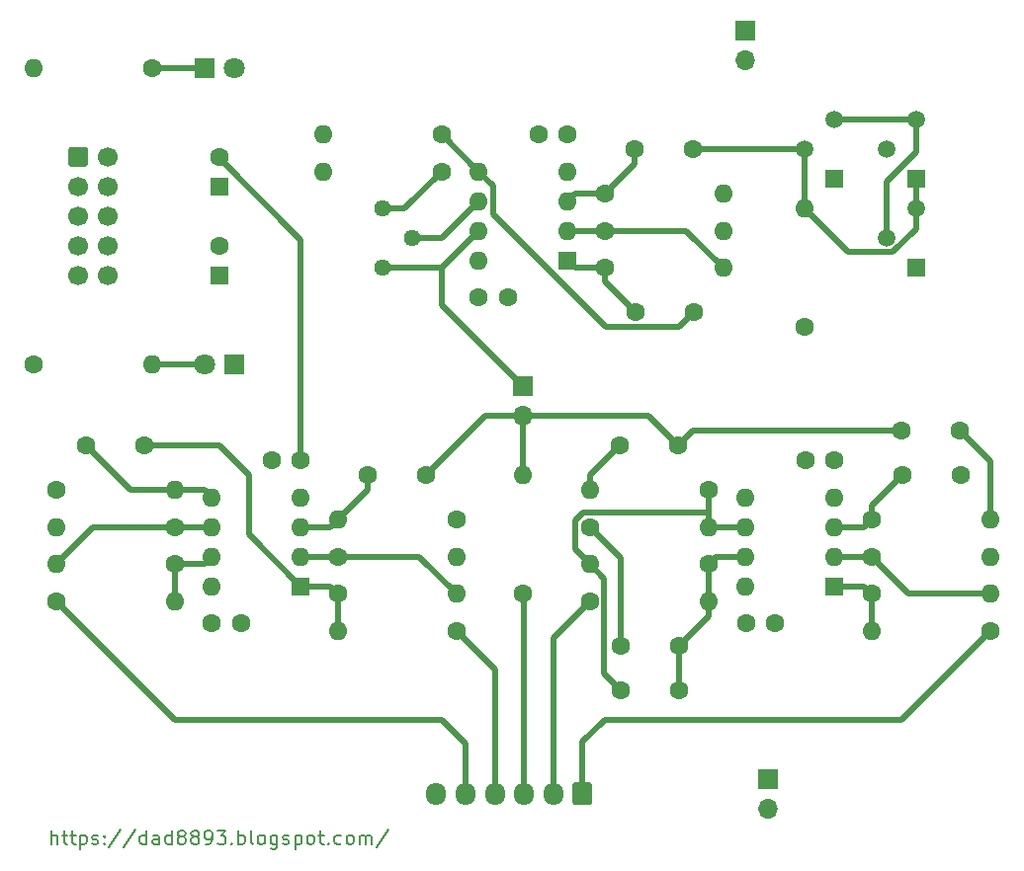
<source format=gtl>
G04 #@! TF.GenerationSoftware,KiCad,Pcbnew,(5.1.10)-1*
G04 #@! TF.CreationDate,2021-07-20T07:48:38+09:00*
G04 #@! TF.ProjectId,NOS02,4e4f5330-322e-46b6-9963-61645f706362,Ver. 1.0*
G04 #@! TF.SameCoordinates,Original*
G04 #@! TF.FileFunction,Copper,L1,Top*
G04 #@! TF.FilePolarity,Positive*
%FSLAX46Y46*%
G04 Gerber Fmt 4.6, Leading zero omitted, Abs format (unit mm)*
G04 Created by KiCad (PCBNEW (5.1.10)-1) date 2021-07-20 07:48:38*
%MOMM*%
%LPD*%
G01*
G04 APERTURE LIST*
G04 #@! TA.AperFunction,NonConductor*
%ADD10C,0.200000*%
G04 #@! TD*
G04 #@! TA.AperFunction,ComponentPad*
%ADD11O,1.600000X1.600000*%
G04 #@! TD*
G04 #@! TA.AperFunction,ComponentPad*
%ADD12R,1.600000X1.600000*%
G04 #@! TD*
G04 #@! TA.AperFunction,ComponentPad*
%ADD13O,1.700000X1.700000*%
G04 #@! TD*
G04 #@! TA.AperFunction,ComponentPad*
%ADD14R,1.700000X1.700000*%
G04 #@! TD*
G04 #@! TA.AperFunction,ComponentPad*
%ADD15C,1.600000*%
G04 #@! TD*
G04 #@! TA.AperFunction,ComponentPad*
%ADD16C,1.440000*%
G04 #@! TD*
G04 #@! TA.AperFunction,ComponentPad*
%ADD17R,1.500000X1.500000*%
G04 #@! TD*
G04 #@! TA.AperFunction,ComponentPad*
%ADD18C,1.500000*%
G04 #@! TD*
G04 #@! TA.AperFunction,ComponentPad*
%ADD19O,1.700000X1.950000*%
G04 #@! TD*
G04 #@! TA.AperFunction,ComponentPad*
%ADD20C,1.700000*%
G04 #@! TD*
G04 #@! TA.AperFunction,ComponentPad*
%ADD21C,1.800000*%
G04 #@! TD*
G04 #@! TA.AperFunction,ComponentPad*
%ADD22R,1.800000X1.800000*%
G04 #@! TD*
G04 #@! TA.AperFunction,Conductor*
%ADD23C,0.500000*%
G04 #@! TD*
G04 APERTURE END LIST*
D10*
X104402142Y-132622857D02*
X104402142Y-131422857D01*
X104916428Y-132622857D02*
X104916428Y-131994285D01*
X104859285Y-131880000D01*
X104745000Y-131822857D01*
X104573571Y-131822857D01*
X104459285Y-131880000D01*
X104402142Y-131937142D01*
X105316428Y-131822857D02*
X105773571Y-131822857D01*
X105487857Y-131422857D02*
X105487857Y-132451428D01*
X105545000Y-132565714D01*
X105659285Y-132622857D01*
X105773571Y-132622857D01*
X106002142Y-131822857D02*
X106459285Y-131822857D01*
X106173571Y-131422857D02*
X106173571Y-132451428D01*
X106230714Y-132565714D01*
X106345000Y-132622857D01*
X106459285Y-132622857D01*
X106859285Y-131822857D02*
X106859285Y-133022857D01*
X106859285Y-131880000D02*
X106973571Y-131822857D01*
X107202142Y-131822857D01*
X107316428Y-131880000D01*
X107373571Y-131937142D01*
X107430714Y-132051428D01*
X107430714Y-132394285D01*
X107373571Y-132508571D01*
X107316428Y-132565714D01*
X107202142Y-132622857D01*
X106973571Y-132622857D01*
X106859285Y-132565714D01*
X107887857Y-132565714D02*
X108002142Y-132622857D01*
X108230714Y-132622857D01*
X108345000Y-132565714D01*
X108402142Y-132451428D01*
X108402142Y-132394285D01*
X108345000Y-132280000D01*
X108230714Y-132222857D01*
X108059285Y-132222857D01*
X107945000Y-132165714D01*
X107887857Y-132051428D01*
X107887857Y-131994285D01*
X107945000Y-131880000D01*
X108059285Y-131822857D01*
X108230714Y-131822857D01*
X108345000Y-131880000D01*
X108916428Y-132508571D02*
X108973571Y-132565714D01*
X108916428Y-132622857D01*
X108859285Y-132565714D01*
X108916428Y-132508571D01*
X108916428Y-132622857D01*
X108916428Y-131880000D02*
X108973571Y-131937142D01*
X108916428Y-131994285D01*
X108859285Y-131937142D01*
X108916428Y-131880000D01*
X108916428Y-131994285D01*
X110345000Y-131365714D02*
X109316428Y-132908571D01*
X111602142Y-131365714D02*
X110573571Y-132908571D01*
X112516428Y-132622857D02*
X112516428Y-131422857D01*
X112516428Y-132565714D02*
X112402142Y-132622857D01*
X112173571Y-132622857D01*
X112059285Y-132565714D01*
X112002142Y-132508571D01*
X111945000Y-132394285D01*
X111945000Y-132051428D01*
X112002142Y-131937142D01*
X112059285Y-131880000D01*
X112173571Y-131822857D01*
X112402142Y-131822857D01*
X112516428Y-131880000D01*
X113602142Y-132622857D02*
X113602142Y-131994285D01*
X113545000Y-131880000D01*
X113430714Y-131822857D01*
X113202142Y-131822857D01*
X113087857Y-131880000D01*
X113602142Y-132565714D02*
X113487857Y-132622857D01*
X113202142Y-132622857D01*
X113087857Y-132565714D01*
X113030714Y-132451428D01*
X113030714Y-132337142D01*
X113087857Y-132222857D01*
X113202142Y-132165714D01*
X113487857Y-132165714D01*
X113602142Y-132108571D01*
X114687857Y-132622857D02*
X114687857Y-131422857D01*
X114687857Y-132565714D02*
X114573571Y-132622857D01*
X114345000Y-132622857D01*
X114230714Y-132565714D01*
X114173571Y-132508571D01*
X114116428Y-132394285D01*
X114116428Y-132051428D01*
X114173571Y-131937142D01*
X114230714Y-131880000D01*
X114345000Y-131822857D01*
X114573571Y-131822857D01*
X114687857Y-131880000D01*
X115430714Y-131937142D02*
X115316428Y-131880000D01*
X115259285Y-131822857D01*
X115202142Y-131708571D01*
X115202142Y-131651428D01*
X115259285Y-131537142D01*
X115316428Y-131480000D01*
X115430714Y-131422857D01*
X115659285Y-131422857D01*
X115773571Y-131480000D01*
X115830714Y-131537142D01*
X115887857Y-131651428D01*
X115887857Y-131708571D01*
X115830714Y-131822857D01*
X115773571Y-131880000D01*
X115659285Y-131937142D01*
X115430714Y-131937142D01*
X115316428Y-131994285D01*
X115259285Y-132051428D01*
X115202142Y-132165714D01*
X115202142Y-132394285D01*
X115259285Y-132508571D01*
X115316428Y-132565714D01*
X115430714Y-132622857D01*
X115659285Y-132622857D01*
X115773571Y-132565714D01*
X115830714Y-132508571D01*
X115887857Y-132394285D01*
X115887857Y-132165714D01*
X115830714Y-132051428D01*
X115773571Y-131994285D01*
X115659285Y-131937142D01*
X116573571Y-131937142D02*
X116459285Y-131880000D01*
X116402142Y-131822857D01*
X116345000Y-131708571D01*
X116345000Y-131651428D01*
X116402142Y-131537142D01*
X116459285Y-131480000D01*
X116573571Y-131422857D01*
X116802142Y-131422857D01*
X116916428Y-131480000D01*
X116973571Y-131537142D01*
X117030714Y-131651428D01*
X117030714Y-131708571D01*
X116973571Y-131822857D01*
X116916428Y-131880000D01*
X116802142Y-131937142D01*
X116573571Y-131937142D01*
X116459285Y-131994285D01*
X116402142Y-132051428D01*
X116345000Y-132165714D01*
X116345000Y-132394285D01*
X116402142Y-132508571D01*
X116459285Y-132565714D01*
X116573571Y-132622857D01*
X116802142Y-132622857D01*
X116916428Y-132565714D01*
X116973571Y-132508571D01*
X117030714Y-132394285D01*
X117030714Y-132165714D01*
X116973571Y-132051428D01*
X116916428Y-131994285D01*
X116802142Y-131937142D01*
X117602142Y-132622857D02*
X117830714Y-132622857D01*
X117945000Y-132565714D01*
X118002142Y-132508571D01*
X118116428Y-132337142D01*
X118173571Y-132108571D01*
X118173571Y-131651428D01*
X118116428Y-131537142D01*
X118059285Y-131480000D01*
X117945000Y-131422857D01*
X117716428Y-131422857D01*
X117602142Y-131480000D01*
X117545000Y-131537142D01*
X117487857Y-131651428D01*
X117487857Y-131937142D01*
X117545000Y-132051428D01*
X117602142Y-132108571D01*
X117716428Y-132165714D01*
X117945000Y-132165714D01*
X118059285Y-132108571D01*
X118116428Y-132051428D01*
X118173571Y-131937142D01*
X118573571Y-131422857D02*
X119316428Y-131422857D01*
X118916428Y-131880000D01*
X119087857Y-131880000D01*
X119202142Y-131937142D01*
X119259285Y-131994285D01*
X119316428Y-132108571D01*
X119316428Y-132394285D01*
X119259285Y-132508571D01*
X119202142Y-132565714D01*
X119087857Y-132622857D01*
X118745000Y-132622857D01*
X118630714Y-132565714D01*
X118573571Y-132508571D01*
X119830714Y-132508571D02*
X119887857Y-132565714D01*
X119830714Y-132622857D01*
X119773571Y-132565714D01*
X119830714Y-132508571D01*
X119830714Y-132622857D01*
X120402142Y-132622857D02*
X120402142Y-131422857D01*
X120402142Y-131880000D02*
X120516428Y-131822857D01*
X120745000Y-131822857D01*
X120859285Y-131880000D01*
X120916428Y-131937142D01*
X120973571Y-132051428D01*
X120973571Y-132394285D01*
X120916428Y-132508571D01*
X120859285Y-132565714D01*
X120745000Y-132622857D01*
X120516428Y-132622857D01*
X120402142Y-132565714D01*
X121659285Y-132622857D02*
X121545000Y-132565714D01*
X121487857Y-132451428D01*
X121487857Y-131422857D01*
X122287857Y-132622857D02*
X122173571Y-132565714D01*
X122116428Y-132508571D01*
X122059285Y-132394285D01*
X122059285Y-132051428D01*
X122116428Y-131937142D01*
X122173571Y-131880000D01*
X122287857Y-131822857D01*
X122459285Y-131822857D01*
X122573571Y-131880000D01*
X122630714Y-131937142D01*
X122687857Y-132051428D01*
X122687857Y-132394285D01*
X122630714Y-132508571D01*
X122573571Y-132565714D01*
X122459285Y-132622857D01*
X122287857Y-132622857D01*
X123716428Y-131822857D02*
X123716428Y-132794285D01*
X123659285Y-132908571D01*
X123602142Y-132965714D01*
X123487857Y-133022857D01*
X123316428Y-133022857D01*
X123202142Y-132965714D01*
X123716428Y-132565714D02*
X123602142Y-132622857D01*
X123373571Y-132622857D01*
X123259285Y-132565714D01*
X123202142Y-132508571D01*
X123145000Y-132394285D01*
X123145000Y-132051428D01*
X123202142Y-131937142D01*
X123259285Y-131880000D01*
X123373571Y-131822857D01*
X123602142Y-131822857D01*
X123716428Y-131880000D01*
X124230714Y-132565714D02*
X124345000Y-132622857D01*
X124573571Y-132622857D01*
X124687857Y-132565714D01*
X124745000Y-132451428D01*
X124745000Y-132394285D01*
X124687857Y-132280000D01*
X124573571Y-132222857D01*
X124402142Y-132222857D01*
X124287857Y-132165714D01*
X124230714Y-132051428D01*
X124230714Y-131994285D01*
X124287857Y-131880000D01*
X124402142Y-131822857D01*
X124573571Y-131822857D01*
X124687857Y-131880000D01*
X125259285Y-131822857D02*
X125259285Y-133022857D01*
X125259285Y-131880000D02*
X125373571Y-131822857D01*
X125602142Y-131822857D01*
X125716428Y-131880000D01*
X125773571Y-131937142D01*
X125830714Y-132051428D01*
X125830714Y-132394285D01*
X125773571Y-132508571D01*
X125716428Y-132565714D01*
X125602142Y-132622857D01*
X125373571Y-132622857D01*
X125259285Y-132565714D01*
X126516428Y-132622857D02*
X126402142Y-132565714D01*
X126345000Y-132508571D01*
X126287857Y-132394285D01*
X126287857Y-132051428D01*
X126345000Y-131937142D01*
X126402142Y-131880000D01*
X126516428Y-131822857D01*
X126687857Y-131822857D01*
X126802142Y-131880000D01*
X126859285Y-131937142D01*
X126916428Y-132051428D01*
X126916428Y-132394285D01*
X126859285Y-132508571D01*
X126802142Y-132565714D01*
X126687857Y-132622857D01*
X126516428Y-132622857D01*
X127259285Y-131822857D02*
X127716428Y-131822857D01*
X127430714Y-131422857D02*
X127430714Y-132451428D01*
X127487857Y-132565714D01*
X127602142Y-132622857D01*
X127716428Y-132622857D01*
X128116428Y-132508571D02*
X128173571Y-132565714D01*
X128116428Y-132622857D01*
X128059285Y-132565714D01*
X128116428Y-132508571D01*
X128116428Y-132622857D01*
X129202142Y-132565714D02*
X129087857Y-132622857D01*
X128859285Y-132622857D01*
X128745000Y-132565714D01*
X128687857Y-132508571D01*
X128630714Y-132394285D01*
X128630714Y-132051428D01*
X128687857Y-131937142D01*
X128745000Y-131880000D01*
X128859285Y-131822857D01*
X129087857Y-131822857D01*
X129202142Y-131880000D01*
X129887857Y-132622857D02*
X129773571Y-132565714D01*
X129716428Y-132508571D01*
X129659285Y-132394285D01*
X129659285Y-132051428D01*
X129716428Y-131937142D01*
X129773571Y-131880000D01*
X129887857Y-131822857D01*
X130059285Y-131822857D01*
X130173571Y-131880000D01*
X130230714Y-131937142D01*
X130287857Y-132051428D01*
X130287857Y-132394285D01*
X130230714Y-132508571D01*
X130173571Y-132565714D01*
X130059285Y-132622857D01*
X129887857Y-132622857D01*
X130802142Y-132622857D02*
X130802142Y-131822857D01*
X130802142Y-131937142D02*
X130859285Y-131880000D01*
X130973571Y-131822857D01*
X131145000Y-131822857D01*
X131259285Y-131880000D01*
X131316428Y-131994285D01*
X131316428Y-132622857D01*
X131316428Y-131994285D02*
X131373571Y-131880000D01*
X131487857Y-131822857D01*
X131659285Y-131822857D01*
X131773571Y-131880000D01*
X131830714Y-131994285D01*
X131830714Y-132622857D01*
X133259285Y-131365714D02*
X132230714Y-132908571D01*
D11*
G04 #@! TO.P,U3,8*
G04 #@! TO.N,+12V*
X118110000Y-110490000D03*
G04 #@! TO.P,U3,4*
G04 #@! TO.N,-12V*
X125730000Y-102870000D03*
G04 #@! TO.P,U3,7*
G04 #@! TO.N,Net-(R23-Pad1)*
X118110000Y-107950000D03*
G04 #@! TO.P,U3,3*
G04 #@! TO.N,Net-(C16-Pad1)*
X125730000Y-105410000D03*
G04 #@! TO.P,U3,6*
G04 #@! TO.N,Net-(R22-Pad1)*
X118110000Y-105410000D03*
G04 #@! TO.P,U3,2*
G04 #@! TO.N,Net-(R16-Pad1)*
X125730000Y-107950000D03*
G04 #@! TO.P,U3,5*
G04 #@! TO.N,Net-(C17-Pad1)*
X118110000Y-102870000D03*
D12*
G04 #@! TO.P,U3,1*
G04 #@! TO.N,Net-(C17-Pad2)*
X125730000Y-110490000D03*
G04 #@! TD*
D11*
G04 #@! TO.P,U2,8*
G04 #@! TO.N,+12V*
X140970000Y-82550000D03*
G04 #@! TO.P,U2,4*
G04 #@! TO.N,-12V*
X148590000Y-74930000D03*
G04 #@! TO.P,U2,7*
G04 #@! TO.N,Net-(J2-Pad1)*
X140970000Y-80010000D03*
G04 #@! TO.P,U2,3*
G04 #@! TO.N,Net-(C14-Pad1)*
X148590000Y-77470000D03*
G04 #@! TO.P,U2,6*
G04 #@! TO.N,Net-(RV1-Pad2)*
X140970000Y-77470000D03*
G04 #@! TO.P,U2,2*
G04 #@! TO.N,Net-(R7-Pad1)*
X148590000Y-80010000D03*
G04 #@! TO.P,U2,5*
G04 #@! TO.N,Net-(C15-Pad1)*
X140970000Y-74930000D03*
D12*
G04 #@! TO.P,U2,1*
G04 #@! TO.N,Net-(C15-Pad2)*
X148590000Y-82550000D03*
G04 #@! TD*
D13*
G04 #@! TO.P,J5,2*
G04 #@! TO.N,GND*
X163830000Y-65405000D03*
D14*
G04 #@! TO.P,J5,1*
X163830000Y-62865000D03*
G04 #@! TD*
D15*
G04 #@! TO.P,C6,2*
G04 #@! TO.N,Net-(C6-Pad2)*
X177245000Y-100965000D03*
G04 #@! TO.P,C6,1*
G04 #@! TO.N,GND*
X182245000Y-100965000D03*
G04 #@! TD*
D11*
G04 #@! TO.P,U1,8*
G04 #@! TO.N,+12V*
X163830000Y-110490000D03*
G04 #@! TO.P,U1,4*
G04 #@! TO.N,-12V*
X171450000Y-102870000D03*
G04 #@! TO.P,U1,7*
G04 #@! TO.N,Net-(C11-Pad1)*
X163830000Y-107950000D03*
G04 #@! TO.P,U1,3*
G04 #@! TO.N,Net-(C6-Pad2)*
X171450000Y-105410000D03*
G04 #@! TO.P,U1,6*
G04 #@! TO.N,Net-(C11-Pad2)*
X163830000Y-105410000D03*
G04 #@! TO.P,U1,2*
G04 #@! TO.N,Net-(R1-Pad1)*
X171450000Y-107950000D03*
G04 #@! TO.P,U1,5*
G04 #@! TO.N,GND*
X163830000Y-102870000D03*
D12*
G04 #@! TO.P,U1,1*
G04 #@! TO.N,Net-(R2-Pad1)*
X171450000Y-110490000D03*
G04 #@! TD*
D16*
G04 #@! TO.P,RV1,3*
G04 #@! TO.N,Net-(J2-Pad1)*
X132715000Y-83185000D03*
G04 #@! TO.P,RV1,2*
G04 #@! TO.N,Net-(RV1-Pad2)*
X135255000Y-80645000D03*
G04 #@! TO.P,RV1,1*
G04 #@! TO.N,Net-(R9-Pad1)*
X132715000Y-78105000D03*
G04 #@! TD*
D11*
G04 #@! TO.P,R25,2*
G04 #@! TO.N,Net-(C17-Pad1)*
X114935000Y-102235000D03*
D15*
G04 #@! TO.P,R25,1*
G04 #@! TO.N,GND*
X104775000Y-102235000D03*
G04 #@! TD*
D11*
G04 #@! TO.P,R24,2*
G04 #@! TO.N,Net-(R23-Pad1)*
X114935000Y-111760000D03*
D15*
G04 #@! TO.P,R24,1*
G04 #@! TO.N,Net-(J3-Pad5)*
X104775000Y-111760000D03*
G04 #@! TD*
D11*
G04 #@! TO.P,R23,2*
G04 #@! TO.N,Net-(R22-Pad1)*
X104775000Y-108585000D03*
D15*
G04 #@! TO.P,R23,1*
G04 #@! TO.N,Net-(R23-Pad1)*
X114935000Y-108585000D03*
G04 #@! TD*
D11*
G04 #@! TO.P,R22,2*
G04 #@! TO.N,GND*
X104775000Y-105410000D03*
D15*
G04 #@! TO.P,R22,1*
G04 #@! TO.N,Net-(R22-Pad1)*
X114935000Y-105410000D03*
G04 #@! TD*
D11*
G04 #@! TO.P,R21,2*
G04 #@! TO.N,-12V*
X102870000Y-66040000D03*
D15*
G04 #@! TO.P,R21,1*
G04 #@! TO.N,Net-(D2-Pad1)*
X113030000Y-66040000D03*
G04 #@! TD*
D11*
G04 #@! TO.P,R20,2*
G04 #@! TO.N,Net-(D1-Pad2)*
X113030000Y-91440000D03*
D15*
G04 #@! TO.P,R20,1*
G04 #@! TO.N,+12V*
X102870000Y-91440000D03*
G04 #@! TD*
D11*
G04 #@! TO.P,R19,2*
G04 #@! TO.N,Net-(C16-Pad1)*
X128905000Y-104775000D03*
D15*
G04 #@! TO.P,R19,1*
G04 #@! TO.N,GND*
X139065000Y-104775000D03*
G04 #@! TD*
D11*
G04 #@! TO.P,R18,2*
G04 #@! TO.N,Net-(C17-Pad2)*
X128905000Y-114300000D03*
D15*
G04 #@! TO.P,R18,1*
G04 #@! TO.N,Net-(J3-Pad4)*
X139065000Y-114300000D03*
G04 #@! TD*
D11*
G04 #@! TO.P,R17,2*
G04 #@! TO.N,Net-(R16-Pad1)*
X139065000Y-111125000D03*
D15*
G04 #@! TO.P,R17,1*
G04 #@! TO.N,Net-(C17-Pad2)*
X128905000Y-111125000D03*
G04 #@! TD*
D11*
G04 #@! TO.P,R16,2*
G04 #@! TO.N,GND*
X139065000Y-107950000D03*
D15*
G04 #@! TO.P,R16,1*
G04 #@! TO.N,Net-(R16-Pad1)*
X128905000Y-107950000D03*
G04 #@! TD*
D11*
G04 #@! TO.P,R15,2*
G04 #@! TO.N,GND*
X127635000Y-71755000D03*
D15*
G04 #@! TO.P,R15,1*
G04 #@! TO.N,Net-(C15-Pad1)*
X137795000Y-71755000D03*
G04 #@! TD*
D11*
G04 #@! TO.P,R14,2*
G04 #@! TO.N,GND*
X161925000Y-76835000D03*
D15*
G04 #@! TO.P,R14,1*
G04 #@! TO.N,Net-(C14-Pad1)*
X151765000Y-76835000D03*
G04 #@! TD*
D11*
G04 #@! TO.P,R13,2*
G04 #@! TO.N,Net-(C13-Pad2)*
X144780000Y-100965000D03*
D15*
G04 #@! TO.P,R13,1*
G04 #@! TO.N,Net-(J3-Pad3)*
X144780000Y-111125000D03*
G04 #@! TD*
D11*
G04 #@! TO.P,R12,2*
G04 #@! TO.N,Net-(C14-Pad2)*
X168910000Y-78105000D03*
D15*
G04 #@! TO.P,R12,1*
G04 #@! TO.N,+12V*
X168910000Y-88265000D03*
G04 #@! TD*
D11*
G04 #@! TO.P,R11,2*
G04 #@! TO.N,Net-(C13-Pad1)*
X150495000Y-102235000D03*
D15*
G04 #@! TO.P,R11,1*
G04 #@! TO.N,Net-(C11-Pad2)*
X160655000Y-102235000D03*
G04 #@! TD*
D11*
G04 #@! TO.P,R10,2*
G04 #@! TO.N,Net-(C11-Pad1)*
X160655000Y-111760000D03*
D15*
G04 #@! TO.P,R10,1*
G04 #@! TO.N,Net-(J3-Pad2)*
X150495000Y-111760000D03*
G04 #@! TD*
D11*
G04 #@! TO.P,R9,2*
G04 #@! TO.N,GND*
X127635000Y-74930000D03*
D15*
G04 #@! TO.P,R9,1*
G04 #@! TO.N,Net-(R9-Pad1)*
X137795000Y-74930000D03*
G04 #@! TD*
D11*
G04 #@! TO.P,R8,2*
G04 #@! TO.N,Net-(R7-Pad1)*
X161925000Y-83185000D03*
D15*
G04 #@! TO.P,R8,1*
G04 #@! TO.N,Net-(C15-Pad2)*
X151765000Y-83185000D03*
G04 #@! TD*
D11*
G04 #@! TO.P,R7,2*
G04 #@! TO.N,GND*
X161925000Y-80010000D03*
D15*
G04 #@! TO.P,R7,1*
G04 #@! TO.N,Net-(R7-Pad1)*
X151765000Y-80010000D03*
G04 #@! TD*
D11*
G04 #@! TO.P,R6,2*
G04 #@! TO.N,Net-(C11-Pad2)*
X150495000Y-108585000D03*
D15*
G04 #@! TO.P,R6,1*
G04 #@! TO.N,Net-(C11-Pad1)*
X160655000Y-108585000D03*
G04 #@! TD*
D11*
G04 #@! TO.P,R5,2*
G04 #@! TO.N,Net-(C11-Pad2)*
X160655000Y-105410000D03*
D15*
G04 #@! TO.P,R5,1*
G04 #@! TO.N,Net-(C12-Pad2)*
X150495000Y-105410000D03*
G04 #@! TD*
D11*
G04 #@! TO.P,R4,2*
G04 #@! TO.N,Net-(R2-Pad1)*
X174625000Y-114300000D03*
D15*
G04 #@! TO.P,R4,1*
G04 #@! TO.N,Net-(J3-Pad1)*
X184785000Y-114300000D03*
G04 #@! TD*
D11*
G04 #@! TO.P,R3,2*
G04 #@! TO.N,Net-(C5-Pad2)*
X184785000Y-104775000D03*
D15*
G04 #@! TO.P,R3,1*
G04 #@! TO.N,Net-(C6-Pad2)*
X174625000Y-104775000D03*
G04 #@! TD*
D11*
G04 #@! TO.P,R2,2*
G04 #@! TO.N,Net-(R1-Pad1)*
X184785000Y-111125000D03*
D15*
G04 #@! TO.P,R2,1*
G04 #@! TO.N,Net-(R2-Pad1)*
X174625000Y-111125000D03*
G04 #@! TD*
D11*
G04 #@! TO.P,R1,2*
G04 #@! TO.N,GND*
X184785000Y-107950000D03*
D15*
G04 #@! TO.P,R1,1*
G04 #@! TO.N,Net-(R1-Pad1)*
X174625000Y-107950000D03*
G04 #@! TD*
D17*
G04 #@! TO.P,Q3,1*
G04 #@! TO.N,N/C*
X178435000Y-83185000D03*
D18*
G04 #@! TO.P,Q3,3*
G04 #@! TO.N,Net-(C14-Pad2)*
X178435000Y-78105000D03*
G04 #@! TO.P,Q3,2*
G04 #@! TO.N,Net-(Q1-Pad3)*
X175895000Y-80645000D03*
G04 #@! TD*
D17*
G04 #@! TO.P,Q2,1*
G04 #@! TO.N,-12V*
X171450000Y-75565000D03*
D18*
G04 #@! TO.P,Q2,3*
G04 #@! TO.N,Net-(Q1-Pad3)*
X171450000Y-70485000D03*
G04 #@! TO.P,Q2,2*
G04 #@! TO.N,Net-(C14-Pad2)*
X168910000Y-73025000D03*
G04 #@! TD*
D17*
G04 #@! TO.P,Q1,1*
G04 #@! TO.N,Net-(C14-Pad2)*
X178435000Y-75565000D03*
D18*
G04 #@! TO.P,Q1,3*
G04 #@! TO.N,Net-(Q1-Pad3)*
X178435000Y-70485000D03*
G04 #@! TO.P,Q1,2*
G04 #@! TO.N,N/C*
X175895000Y-73025000D03*
G04 #@! TD*
D13*
G04 #@! TO.P,J4,2*
G04 #@! TO.N,GND*
X165735000Y-129540000D03*
D14*
G04 #@! TO.P,J4,1*
X165735000Y-127000000D03*
G04 #@! TD*
D19*
G04 #@! TO.P,J3,6*
G04 #@! TO.N,GND*
X137360000Y-128270000D03*
G04 #@! TO.P,J3,5*
G04 #@! TO.N,Net-(J3-Pad5)*
X139860000Y-128270000D03*
G04 #@! TO.P,J3,4*
G04 #@! TO.N,Net-(J3-Pad4)*
X142360000Y-128270000D03*
G04 #@! TO.P,J3,3*
G04 #@! TO.N,Net-(J3-Pad3)*
X144860000Y-128270000D03*
G04 #@! TO.P,J3,2*
G04 #@! TO.N,Net-(J3-Pad2)*
X147360000Y-128270000D03*
G04 #@! TO.P,J3,1*
G04 #@! TO.N,Net-(J3-Pad1)*
G04 #@! TA.AperFunction,ComponentPad*
G36*
G01*
X150710000Y-127545000D02*
X150710000Y-128995000D01*
G75*
G02*
X150460000Y-129245000I-250000J0D01*
G01*
X149260000Y-129245000D01*
G75*
G02*
X149010000Y-128995000I0J250000D01*
G01*
X149010000Y-127545000D01*
G75*
G02*
X149260000Y-127295000I250000J0D01*
G01*
X150460000Y-127295000D01*
G75*
G02*
X150710000Y-127545000I0J-250000D01*
G01*
G37*
G04 #@! TD.AperFunction*
G04 #@! TD*
D13*
G04 #@! TO.P,J2,2*
G04 #@! TO.N,Net-(C13-Pad2)*
X144780000Y-95885000D03*
D14*
G04 #@! TO.P,J2,1*
G04 #@! TO.N,Net-(J2-Pad1)*
X144780000Y-93345000D03*
G04 #@! TD*
D20*
G04 #@! TO.P,J1,10*
G04 #@! TO.N,+12V*
X109220000Y-83820000D03*
G04 #@! TO.P,J1,8*
G04 #@! TO.N,GND*
X109220000Y-81280000D03*
G04 #@! TO.P,J1,6*
X109220000Y-78740000D03*
G04 #@! TO.P,J1,4*
X109220000Y-76200000D03*
G04 #@! TO.P,J1,2*
G04 #@! TO.N,-12V*
X109220000Y-73660000D03*
G04 #@! TO.P,J1,9*
G04 #@! TO.N,+12V*
X106680000Y-83820000D03*
G04 #@! TO.P,J1,7*
G04 #@! TO.N,GND*
X106680000Y-81280000D03*
G04 #@! TO.P,J1,5*
X106680000Y-78740000D03*
G04 #@! TO.P,J1,3*
X106680000Y-76200000D03*
G04 #@! TO.P,J1,1*
G04 #@! TO.N,-12V*
G04 #@! TA.AperFunction,ComponentPad*
G36*
G01*
X105830000Y-74260000D02*
X105830000Y-73060000D01*
G75*
G02*
X106080000Y-72810000I250000J0D01*
G01*
X107280000Y-72810000D01*
G75*
G02*
X107530000Y-73060000I0J-250000D01*
G01*
X107530000Y-74260000D01*
G75*
G02*
X107280000Y-74510000I-250000J0D01*
G01*
X106080000Y-74510000D01*
G75*
G02*
X105830000Y-74260000I0J250000D01*
G01*
G37*
G04 #@! TD.AperFunction*
G04 #@! TD*
D21*
G04 #@! TO.P,D2,2*
G04 #@! TO.N,GND*
X120015000Y-66040000D03*
D22*
G04 #@! TO.P,D2,1*
G04 #@! TO.N,Net-(D2-Pad1)*
X117475000Y-66040000D03*
G04 #@! TD*
D21*
G04 #@! TO.P,D1,2*
G04 #@! TO.N,Net-(D1-Pad2)*
X117475000Y-91440000D03*
D22*
G04 #@! TO.P,D1,1*
G04 #@! TO.N,GND*
X120015000Y-91440000D03*
G04 #@! TD*
D15*
G04 #@! TO.P,C17,2*
G04 #@! TO.N,Net-(C17-Pad2)*
X112315000Y-98425000D03*
G04 #@! TO.P,C17,1*
G04 #@! TO.N,Net-(C17-Pad1)*
X107315000Y-98425000D03*
G04 #@! TD*
G04 #@! TO.P,C16,2*
G04 #@! TO.N,Net-(C13-Pad2)*
X136445000Y-100965000D03*
G04 #@! TO.P,C16,1*
G04 #@! TO.N,Net-(C16-Pad1)*
X131445000Y-100965000D03*
G04 #@! TD*
G04 #@! TO.P,C15,2*
G04 #@! TO.N,Net-(C15-Pad2)*
X154385000Y-86995000D03*
G04 #@! TO.P,C15,1*
G04 #@! TO.N,Net-(C15-Pad1)*
X159385000Y-86995000D03*
G04 #@! TD*
G04 #@! TO.P,C14,2*
G04 #@! TO.N,Net-(C14-Pad2)*
X159305000Y-73025000D03*
G04 #@! TO.P,C14,1*
G04 #@! TO.N,Net-(C14-Pad1)*
X154305000Y-73025000D03*
G04 #@! TD*
G04 #@! TO.P,C13,2*
G04 #@! TO.N,Net-(C13-Pad2)*
X158035000Y-98425000D03*
G04 #@! TO.P,C13,1*
G04 #@! TO.N,Net-(C13-Pad1)*
X153035000Y-98425000D03*
G04 #@! TD*
G04 #@! TO.P,C12,2*
G04 #@! TO.N,Net-(C12-Pad2)*
X153115000Y-115570000D03*
G04 #@! TO.P,C12,1*
G04 #@! TO.N,Net-(C11-Pad1)*
X158115000Y-115570000D03*
G04 #@! TD*
G04 #@! TO.P,C11,2*
G04 #@! TO.N,Net-(C11-Pad2)*
X153115000Y-119380000D03*
G04 #@! TO.P,C11,1*
G04 #@! TO.N,Net-(C11-Pad1)*
X158115000Y-119380000D03*
G04 #@! TD*
G04 #@! TO.P,C10,2*
G04 #@! TO.N,GND*
X146090000Y-71755000D03*
G04 #@! TO.P,C10,1*
G04 #@! TO.N,-12V*
X148590000Y-71755000D03*
G04 #@! TD*
G04 #@! TO.P,C9,2*
G04 #@! TO.N,GND*
X123230000Y-99695000D03*
G04 #@! TO.P,C9,1*
G04 #@! TO.N,-12V*
X125730000Y-99695000D03*
G04 #@! TD*
G04 #@! TO.P,C8,2*
G04 #@! TO.N,GND*
X168950000Y-99695000D03*
G04 #@! TO.P,C8,1*
G04 #@! TO.N,-12V*
X171450000Y-99695000D03*
G04 #@! TD*
G04 #@! TO.P,C7,2*
G04 #@! TO.N,-12V*
X118745000Y-73700000D03*
D12*
G04 #@! TO.P,C7,1*
G04 #@! TO.N,GND*
X118745000Y-76200000D03*
G04 #@! TD*
D15*
G04 #@! TO.P,C5,2*
G04 #@! TO.N,Net-(C5-Pad2)*
X182165000Y-97155000D03*
G04 #@! TO.P,C5,1*
G04 #@! TO.N,Net-(C13-Pad2)*
X177165000Y-97155000D03*
G04 #@! TD*
G04 #@! TO.P,C4,2*
G04 #@! TO.N,+12V*
X118110000Y-113665000D03*
G04 #@! TO.P,C4,1*
G04 #@! TO.N,GND*
X120610000Y-113665000D03*
G04 #@! TD*
G04 #@! TO.P,C3,2*
G04 #@! TO.N,+12V*
X140970000Y-85725000D03*
G04 #@! TO.P,C3,1*
G04 #@! TO.N,GND*
X143470000Y-85725000D03*
G04 #@! TD*
G04 #@! TO.P,C2,2*
G04 #@! TO.N,+12V*
X163870000Y-113665000D03*
G04 #@! TO.P,C2,1*
G04 #@! TO.N,GND*
X166370000Y-113665000D03*
G04 #@! TD*
G04 #@! TO.P,C1,2*
G04 #@! TO.N,GND*
X118745000Y-81320000D03*
D12*
G04 #@! TO.P,C1,1*
G04 #@! TO.N,+12V*
X118745000Y-83820000D03*
G04 #@! TD*
D23*
G04 #@! TO.N,Net-(C5-Pad2)*
X184785000Y-99775000D02*
X182165000Y-97155000D01*
X184785000Y-104775000D02*
X184785000Y-99775000D01*
G04 #@! TO.N,Net-(C13-Pad2)*
X144780000Y-95885000D02*
X144780000Y-100965000D01*
X155495000Y-95885000D02*
X144780000Y-95885000D01*
X158035000Y-98425000D02*
X155495000Y-95885000D01*
X159305000Y-97155000D02*
X158035000Y-98425000D01*
X177165000Y-97155000D02*
X159305000Y-97155000D01*
X141525000Y-95885000D02*
X136445000Y-100965000D01*
X144780000Y-95885000D02*
X141525000Y-95885000D01*
G04 #@! TO.N,Net-(C6-Pad2)*
X173990000Y-105410000D02*
X174625000Y-104775000D01*
X171450000Y-105410000D02*
X173990000Y-105410000D01*
X174625000Y-103585000D02*
X177245000Y-100965000D01*
X174625000Y-104775000D02*
X174625000Y-103585000D01*
G04 #@! TO.N,-12V*
X118745000Y-73789998D02*
X118745000Y-73700000D01*
X125730000Y-80774998D02*
X118745000Y-73789998D01*
X125730000Y-99695000D02*
X125730000Y-80774998D01*
G04 #@! TO.N,Net-(C11-Pad2)*
X151745001Y-118010001D02*
X151745001Y-109835001D01*
X153115000Y-119380000D02*
X151745001Y-118010001D01*
X163830000Y-105410000D02*
X160655000Y-105410000D01*
X151745001Y-109835001D02*
X150495000Y-108585000D01*
X149914998Y-104140000D02*
X160655000Y-104140000D01*
X149244999Y-107334999D02*
X149244999Y-104809999D01*
X150495000Y-108585000D02*
X149244999Y-107334999D01*
X149244999Y-104809999D02*
X149914998Y-104140000D01*
X160655000Y-104140000D02*
X160655000Y-105410000D01*
X160655000Y-102235000D02*
X160655000Y-104140000D01*
G04 #@! TO.N,Net-(C11-Pad1)*
X158115000Y-115570000D02*
X158115000Y-119380000D01*
X160655000Y-113030000D02*
X158115000Y-115570000D01*
X160655000Y-111760000D02*
X160655000Y-113030000D01*
X160655000Y-108585000D02*
X160655000Y-111760000D01*
X161290000Y-107950000D02*
X160655000Y-108585000D01*
X163830000Y-107950000D02*
X161290000Y-107950000D01*
G04 #@! TO.N,Net-(C12-Pad2)*
X153115000Y-108030000D02*
X150495000Y-105410000D01*
X153115000Y-115570000D02*
X153115000Y-108030000D01*
G04 #@! TO.N,Net-(C13-Pad1)*
X150495000Y-100965000D02*
X153035000Y-98425000D01*
X150495000Y-102235000D02*
X150495000Y-100965000D01*
G04 #@! TO.N,Net-(C14-Pad2)*
X159305000Y-73025000D02*
X168910000Y-73025000D01*
X168910000Y-73025000D02*
X168910000Y-78105000D01*
X178435000Y-75565000D02*
X178435000Y-78105000D01*
X172650001Y-81845001D02*
X168910000Y-78105000D01*
X176471001Y-81845001D02*
X172650001Y-81845001D01*
X178435000Y-79881002D02*
X176471001Y-81845001D01*
X178435000Y-78105000D02*
X178435000Y-79881002D01*
G04 #@! TO.N,Net-(C14-Pad1)*
X149225000Y-76835000D02*
X148590000Y-77470000D01*
X151765000Y-76835000D02*
X149225000Y-76835000D01*
X154305000Y-74295000D02*
X151765000Y-76835000D01*
X154305000Y-73025000D02*
X154305000Y-74295000D01*
G04 #@! TO.N,Net-(C15-Pad2)*
X149225000Y-83185000D02*
X148590000Y-82550000D01*
X151765000Y-83185000D02*
X149225000Y-83185000D01*
X151765000Y-84375000D02*
X154385000Y-86995000D01*
X151765000Y-83185000D02*
X151765000Y-84375000D01*
G04 #@! TO.N,Net-(C15-Pad1)*
X137795000Y-71755000D02*
X140970000Y-74930000D01*
X158134999Y-88245001D02*
X159385000Y-86995000D01*
X151874999Y-88245001D02*
X158134999Y-88245001D01*
X142220001Y-78590003D02*
X151874999Y-88245001D01*
X142220001Y-76180001D02*
X142220001Y-78590003D01*
X140970000Y-74930000D02*
X142220001Y-76180001D01*
G04 #@! TO.N,Net-(C16-Pad1)*
X128270000Y-105410000D02*
X128905000Y-104775000D01*
X125730000Y-105410000D02*
X128270000Y-105410000D01*
X131445000Y-102235000D02*
X128905000Y-104775000D01*
X131445000Y-100965000D02*
X131445000Y-102235000D01*
G04 #@! TO.N,Net-(C17-Pad2)*
X128270000Y-110490000D02*
X128905000Y-111125000D01*
X125730000Y-110490000D02*
X128270000Y-110490000D01*
X128905000Y-111125000D02*
X128905000Y-114300000D01*
X118745000Y-98425000D02*
X112315000Y-98425000D01*
X121285000Y-100965000D02*
X118745000Y-98425000D01*
X121285000Y-106045000D02*
X121285000Y-100965000D01*
X125730000Y-110490000D02*
X121285000Y-106045000D01*
G04 #@! TO.N,Net-(C17-Pad1)*
X117475000Y-102235000D02*
X118110000Y-102870000D01*
X114935000Y-102235000D02*
X117475000Y-102235000D01*
X111125000Y-102235000D02*
X107315000Y-98425000D01*
X114935000Y-102235000D02*
X111125000Y-102235000D01*
G04 #@! TO.N,Net-(D1-Pad2)*
X113030000Y-91440000D02*
X117475000Y-91440000D01*
G04 #@! TO.N,Net-(J2-Pad1)*
X137795000Y-83185000D02*
X140970000Y-80010000D01*
X132715000Y-83185000D02*
X137795000Y-83185000D01*
X137795000Y-86360000D02*
X137795000Y-83185000D01*
X144780000Y-93345000D02*
X137795000Y-86360000D01*
G04 #@! TO.N,Net-(J3-Pad5)*
X139860000Y-128270000D02*
X139860000Y-123985000D01*
X139860000Y-123985000D02*
X137795000Y-121920000D01*
X114935000Y-121920000D02*
X104775000Y-111760000D01*
X137795000Y-121920000D02*
X114935000Y-121920000D01*
G04 #@! TO.N,Net-(J3-Pad4)*
X142360000Y-117595000D02*
X139065000Y-114300000D01*
X142360000Y-128270000D02*
X142360000Y-117595000D01*
G04 #@! TO.N,Net-(J3-Pad3)*
X144860000Y-111205000D02*
X144780000Y-111125000D01*
X144860000Y-128270000D02*
X144860000Y-111205000D01*
G04 #@! TO.N,Net-(J3-Pad2)*
X147360000Y-114895000D02*
X150495000Y-111760000D01*
X147360000Y-128270000D02*
X147360000Y-114895000D01*
G04 #@! TO.N,Net-(J3-Pad1)*
X149860000Y-128270000D02*
X149860000Y-123825000D01*
X149860000Y-123825000D02*
X151765000Y-121920000D01*
X177165000Y-121920000D02*
X184785000Y-114300000D01*
X151765000Y-121920000D02*
X177165000Y-121920000D01*
G04 #@! TO.N,Net-(Q1-Pad3)*
X171450000Y-70485000D02*
X178435000Y-70485000D01*
X178435000Y-73254998D02*
X178435000Y-70485000D01*
X175895000Y-75794998D02*
X178435000Y-73254998D01*
X175895000Y-80645000D02*
X175895000Y-75794998D01*
G04 #@! TO.N,Net-(R1-Pad1)*
X171450000Y-107950000D02*
X174625000Y-107950000D01*
X177800000Y-111125000D02*
X174625000Y-107950000D01*
X184785000Y-111125000D02*
X177800000Y-111125000D01*
G04 #@! TO.N,Net-(R2-Pad1)*
X173990000Y-110490000D02*
X174625000Y-111125000D01*
X171450000Y-110490000D02*
X173990000Y-110490000D01*
X174625000Y-111125000D02*
X174625000Y-114300000D01*
G04 #@! TO.N,Net-(R7-Pad1)*
X151765000Y-80010000D02*
X148590000Y-80010000D01*
X158750000Y-80010000D02*
X161925000Y-83185000D01*
X151765000Y-80010000D02*
X158750000Y-80010000D01*
G04 #@! TO.N,Net-(R9-Pad1)*
X134620000Y-78105000D02*
X137795000Y-74930000D01*
X132715000Y-78105000D02*
X134620000Y-78105000D01*
G04 #@! TO.N,Net-(R16-Pad1)*
X125730000Y-107950000D02*
X128905000Y-107950000D01*
X135890000Y-107950000D02*
X139065000Y-111125000D01*
X128905000Y-107950000D02*
X135890000Y-107950000D01*
G04 #@! TO.N,Net-(R22-Pad1)*
X114935000Y-105410000D02*
X118110000Y-105410000D01*
X107950000Y-105410000D02*
X104775000Y-108585000D01*
X114935000Y-105410000D02*
X107950000Y-105410000D01*
G04 #@! TO.N,Net-(R23-Pad1)*
X117475000Y-108585000D02*
X118110000Y-107950000D01*
X114935000Y-108585000D02*
X117475000Y-108585000D01*
X114935000Y-108585000D02*
X114935000Y-111760000D01*
G04 #@! TO.N,Net-(RV1-Pad2)*
X137795000Y-80645000D02*
X140970000Y-77470000D01*
X135255000Y-80645000D02*
X137795000Y-80645000D01*
G04 #@! TO.N,Net-(D2-Pad1)*
X113030000Y-66040000D02*
X117475000Y-66040000D01*
G04 #@! TD*
M02*

</source>
